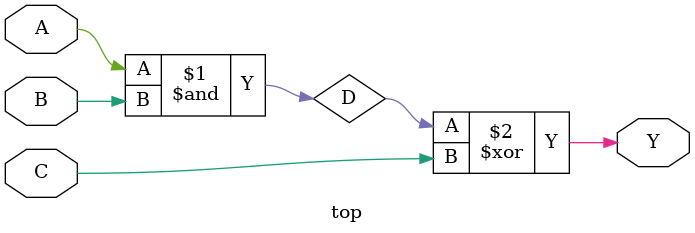
<source format=v>
 module top (input A, input B, input C, output Y);
    wire D;
    assign D = A & B;
    assign Y = D ^ C;
  endmodule
</source>
